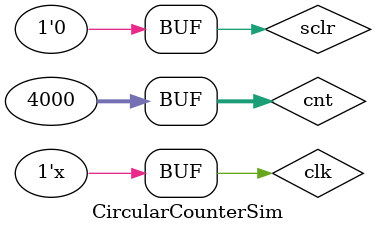
<source format=v>
`timescale 1ns / 1ps


module CircularCounterSim(
        
    );
    
    reg clk = 1;
    reg sclr;
    reg [31:0]cnt;
    wire[31:0] count_out;
    
    CircularCounter32bit CircularCounter32bit_inst(
    .CLK(clk),
    .SCLR(sclr),
    .increment_value(cnt),
    .count_out(count_out)
    );
    
    initial begin
        sclr = 1;
        #10 sclr = 0;
        cnt = 4000;
     end
        
    always begin
        #5 clk = ~clk;
    end
    
endmodule

</source>
